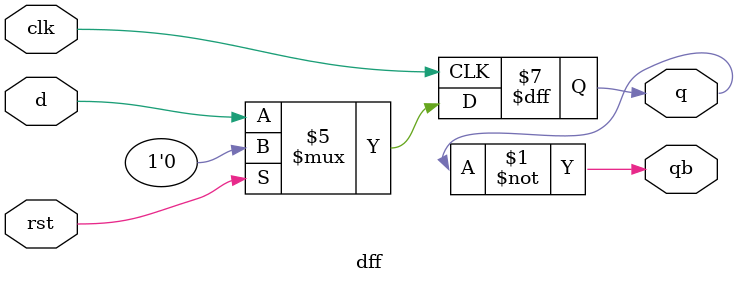
<source format=v>
module dff(d,clk,rst,q,qb);
input d,clk,rst;
output q,qb;
reg q;
assign qb=~q;
always @(posedge clk)
begin
if(rst==1'b1)
q<=1'b0;
else
q<=d;
end
endmodule

</source>
